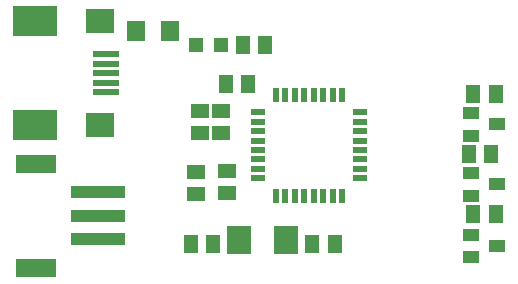
<source format=gbr>
G04 EAGLE Gerber RS-274X export*
G75*
%MOMM*%
%FSLAX34Y34*%
%LPD*%
%INSolderpaste Top*%
%IPPOS*%
%AMOC8*
5,1,8,0,0,1.08239X$1,22.5*%
G01*
%ADD10R,1.500000X1.240000*%
%ADD11R,1.240000X1.500000*%
%ADD12R,1.200000X1.200000*%
%ADD13R,2.000000X2.400000*%
%ADD14R,0.508000X1.270000*%
%ADD15R,1.270000X0.508000*%
%ADD16R,2.400000X2.000000*%
%ADD17R,2.308000X0.500000*%
%ADD18R,3.810000X2.540000*%
%ADD19R,4.600000X1.000000*%
%ADD20R,3.400000X1.600000*%
%ADD21R,1.400000X1.000000*%
%ADD22R,1.600000X1.803000*%


D10*
X161820Y191970D03*
X161820Y172970D03*
X179250Y191970D03*
X179250Y172970D03*
D11*
X202670Y214130D03*
X183670Y214130D03*
D10*
X184410Y121850D03*
X184410Y140850D03*
D11*
X198170Y247260D03*
X217170Y247260D03*
D12*
X158220Y247480D03*
X179220Y247480D03*
D13*
X234610Y82780D03*
X194610Y82780D03*
D11*
X172720Y79020D03*
X153720Y79020D03*
X256670Y79320D03*
X275670Y79320D03*
D14*
X226000Y119634D03*
X234000Y119634D03*
X242000Y119634D03*
X250000Y119634D03*
X258000Y119634D03*
X266000Y119634D03*
X274000Y119634D03*
X282000Y119634D03*
D15*
X296926Y134560D03*
X296926Y142560D03*
X296926Y150560D03*
X296926Y158560D03*
X296926Y166560D03*
X296926Y174560D03*
X296926Y182560D03*
X296926Y190560D03*
D14*
X282000Y205486D03*
X274000Y205486D03*
X266000Y205486D03*
X258000Y205486D03*
X250000Y205486D03*
X242000Y205486D03*
X234000Y205486D03*
X226000Y205486D03*
D15*
X211074Y190560D03*
X211074Y182560D03*
X211074Y174560D03*
X211074Y166560D03*
X211074Y158560D03*
X211074Y150560D03*
X211074Y142560D03*
X211074Y134560D03*
D11*
X412090Y205740D03*
X393090Y205740D03*
X408280Y154940D03*
X389280Y154940D03*
X412090Y104140D03*
X393090Y104140D03*
D16*
X76910Y267520D03*
D17*
X82550Y239520D03*
X82550Y231520D03*
X82550Y223520D03*
X82550Y215520D03*
X82550Y207520D03*
D18*
X21910Y267520D03*
D16*
X76910Y179520D03*
D18*
X21910Y179520D03*
D10*
X158750Y121310D03*
X158750Y140310D03*
D19*
X75260Y82870D03*
X75260Y102870D03*
D20*
X23260Y58870D03*
X23260Y146870D03*
D19*
X75260Y122870D03*
D21*
X413590Y77470D03*
X391590Y67970D03*
X391590Y86970D03*
X413590Y129540D03*
X391590Y120040D03*
X391590Y139040D03*
X413590Y180340D03*
X391590Y170840D03*
X391590Y189840D03*
D22*
X107700Y259080D03*
X136140Y259080D03*
M02*

</source>
